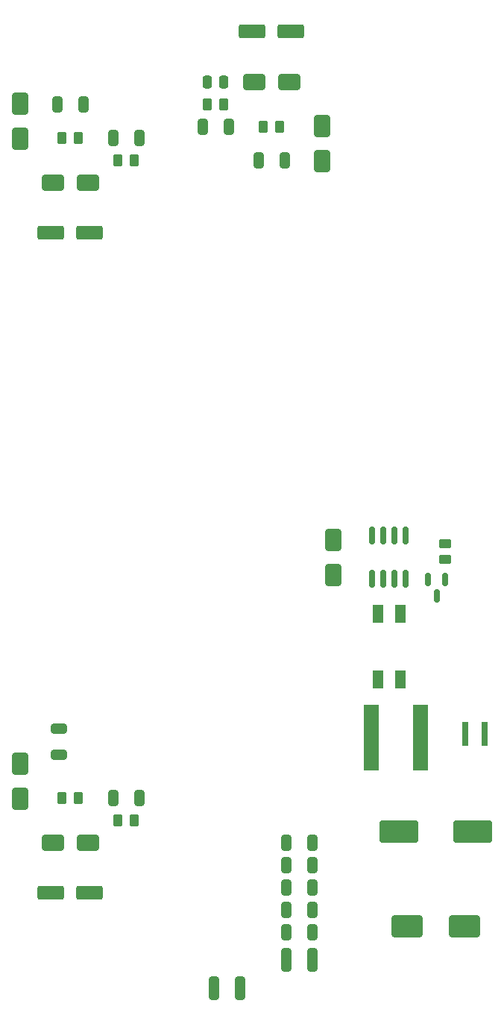
<source format=gtp>
G04 #@! TF.GenerationSoftware,KiCad,Pcbnew,8.0.8-2.fc41*
G04 #@! TF.CreationDate,2025-02-23T17:11:56+00:00*
G04 #@! TF.ProjectId,Power_supply,506f7765-725f-4737-9570-706c792e6b69,rev?*
G04 #@! TF.SameCoordinates,Original*
G04 #@! TF.FileFunction,Paste,Top*
G04 #@! TF.FilePolarity,Positive*
%FSLAX46Y46*%
G04 Gerber Fmt 4.6, Leading zero omitted, Abs format (unit mm)*
G04 Created by KiCad (PCBNEW 8.0.8-2.fc41) date 2025-02-23 17:11:56*
%MOMM*%
%LPD*%
G01*
G04 APERTURE LIST*
G04 Aperture macros list*
%AMRoundRect*
0 Rectangle with rounded corners*
0 $1 Rounding radius*
0 $2 $3 $4 $5 $6 $7 $8 $9 X,Y pos of 4 corners*
0 Add a 4 corners polygon primitive as box body*
4,1,4,$2,$3,$4,$5,$6,$7,$8,$9,$2,$3,0*
0 Add four circle primitives for the rounded corners*
1,1,$1+$1,$2,$3*
1,1,$1+$1,$4,$5*
1,1,$1+$1,$6,$7*
1,1,$1+$1,$8,$9*
0 Add four rect primitives between the rounded corners*
20,1,$1+$1,$2,$3,$4,$5,0*
20,1,$1+$1,$4,$5,$6,$7,0*
20,1,$1+$1,$6,$7,$8,$9,0*
20,1,$1+$1,$8,$9,$2,$3,0*%
G04 Aperture macros list end*
%ADD10RoundRect,0.250000X-0.325000X-0.650000X0.325000X-0.650000X0.325000X0.650000X-0.325000X0.650000X0*%
%ADD11R,1.800000X7.500000*%
%ADD12RoundRect,0.250000X-0.650000X1.000000X-0.650000X-1.000000X0.650000X-1.000000X0.650000X1.000000X0*%
%ADD13RoundRect,0.150000X0.150000X-0.825000X0.150000X0.825000X-0.150000X0.825000X-0.150000X-0.825000X0*%
%ADD14RoundRect,0.250000X-0.262500X-0.450000X0.262500X-0.450000X0.262500X0.450000X-0.262500X0.450000X0*%
%ADD15RoundRect,0.250000X0.450000X-0.262500X0.450000X0.262500X-0.450000X0.262500X-0.450000X-0.262500X0*%
%ADD16RoundRect,0.250000X-1.250000X-0.550000X1.250000X-0.550000X1.250000X0.550000X-1.250000X0.550000X0*%
%ADD17RoundRect,0.250000X1.000000X0.650000X-1.000000X0.650000X-1.000000X-0.650000X1.000000X-0.650000X0*%
%ADD18R,0.800000X2.700000*%
%ADD19RoundRect,0.250000X0.312500X1.075000X-0.312500X1.075000X-0.312500X-1.075000X0.312500X-1.075000X0*%
%ADD20RoundRect,0.250000X0.650000X-1.000000X0.650000X1.000000X-0.650000X1.000000X-0.650000X-1.000000X0*%
%ADD21RoundRect,0.250000X0.325000X0.650000X-0.325000X0.650000X-0.325000X-0.650000X0.325000X-0.650000X0*%
%ADD22RoundRect,0.250000X1.950000X1.000000X-1.950000X1.000000X-1.950000X-1.000000X1.950000X-1.000000X0*%
%ADD23RoundRect,0.250000X-1.000000X-0.650000X1.000000X-0.650000X1.000000X0.650000X-1.000000X0.650000X0*%
%ADD24RoundRect,0.150000X-0.150000X0.587500X-0.150000X-0.587500X0.150000X-0.587500X0.150000X0.587500X0*%
%ADD25R,1.200000X2.000000*%
%ADD26RoundRect,0.250000X0.262500X0.450000X-0.262500X0.450000X-0.262500X-0.450000X0.262500X-0.450000X0*%
%ADD27RoundRect,0.250000X0.650000X-0.325000X0.650000X0.325000X-0.650000X0.325000X-0.650000X-0.325000X0*%
%ADD28RoundRect,0.250000X0.250000X0.475000X-0.250000X0.475000X-0.250000X-0.475000X0.250000X-0.475000X0*%
%ADD29RoundRect,0.250000X1.250000X0.550000X-1.250000X0.550000X-1.250000X-0.550000X1.250000X-0.550000X0*%
%ADD30RoundRect,0.250000X1.500000X1.000000X-1.500000X1.000000X-1.500000X-1.000000X1.500000X-1.000000X0*%
%ADD31RoundRect,0.250000X-0.312500X-1.075000X0.312500X-1.075000X0.312500X1.075000X-0.312500X1.075000X0*%
G04 APERTURE END LIST*
D10*
X139495000Y-62865000D03*
X142445000Y-62865000D03*
D11*
X168777000Y-130937000D03*
X174377000Y-130937000D03*
D12*
X128905000Y-133890000D03*
X128905000Y-137890000D03*
D13*
X168910000Y-112965000D03*
X170180000Y-112965000D03*
X171450000Y-112965000D03*
X172720000Y-112965000D03*
X172720000Y-108015000D03*
X171450000Y-108015000D03*
X170180000Y-108015000D03*
X168910000Y-108015000D03*
D14*
X140057500Y-65405000D03*
X141882500Y-65405000D03*
D15*
X177165000Y-110767500D03*
X177165000Y-108942500D03*
D16*
X132420000Y-148590000D03*
X136820000Y-148590000D03*
D17*
X159480000Y-56515000D03*
X155480000Y-56515000D03*
D18*
X179494000Y-130556000D03*
X181694000Y-130556000D03*
D19*
X153862500Y-159385000D03*
X150937500Y-159385000D03*
D20*
X164465000Y-112490000D03*
X164465000Y-108490000D03*
D21*
X158955000Y-65405000D03*
X156005000Y-65405000D03*
D12*
X128905000Y-58960000D03*
X128905000Y-62960000D03*
D22*
X180349000Y-141605000D03*
X171949000Y-141605000D03*
D23*
X132620000Y-67945000D03*
X136620000Y-67945000D03*
D20*
X163195000Y-65500000D03*
X163195000Y-61500000D03*
D14*
X133707500Y-62865000D03*
X135532500Y-62865000D03*
D10*
X159180000Y-150495000D03*
X162130000Y-150495000D03*
X159180000Y-147955000D03*
X162130000Y-147955000D03*
D23*
X132620000Y-142875000D03*
X136620000Y-142875000D03*
D24*
X177165000Y-113030000D03*
X175265000Y-113030000D03*
X176215000Y-114905000D03*
D16*
X132420000Y-73660000D03*
X136820000Y-73660000D03*
D25*
X172085000Y-116900000D03*
X169545000Y-116900000D03*
X169545000Y-124400000D03*
X172085000Y-124400000D03*
D26*
X152042500Y-59055000D03*
X150217500Y-59055000D03*
D21*
X152605000Y-61595000D03*
X149655000Y-61595000D03*
D14*
X140057500Y-140335000D03*
X141882500Y-140335000D03*
D10*
X159180000Y-145415000D03*
X162130000Y-145415000D03*
X133145000Y-59055000D03*
X136095000Y-59055000D03*
X159180000Y-153035000D03*
X162130000Y-153035000D03*
D27*
X133350000Y-132920000D03*
X133350000Y-129970000D03*
D28*
X152080000Y-56515000D03*
X150180000Y-56515000D03*
D14*
X133707500Y-137795000D03*
X135532500Y-137795000D03*
D29*
X159680000Y-50800000D03*
X155280000Y-50800000D03*
D10*
X139495000Y-137795000D03*
X142445000Y-137795000D03*
D26*
X158392500Y-61595000D03*
X156567500Y-61595000D03*
D10*
X159180000Y-142875000D03*
X162130000Y-142875000D03*
D30*
X179399000Y-152400000D03*
X172899000Y-152400000D03*
D31*
X159192500Y-156210000D03*
X162117500Y-156210000D03*
M02*

</source>
